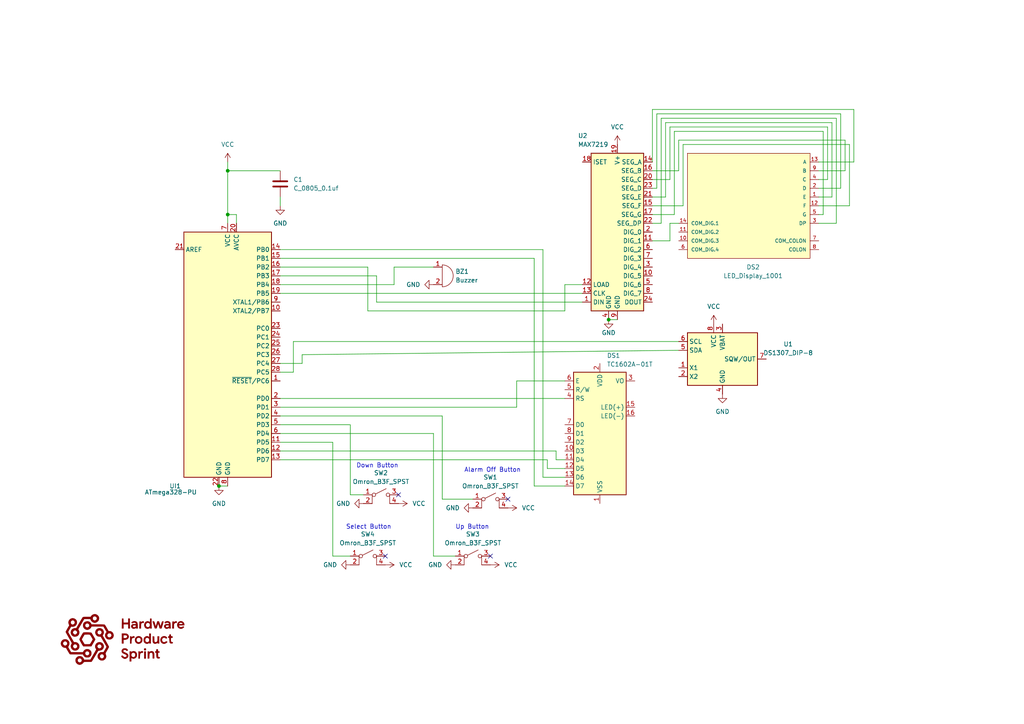
<source format=kicad_sch>
(kicad_sch (version 20211123) (generator eeschema)
  (paper "A4")
  (lib_symbols
    (symbol "HPS:ATmega328-PU"
      (property "Reference" "U" (at -11.43 39.37 0))
      (property "Value" "ATmega328-PU" (at -17.78 38.1 0))
      (symbol "ATmega328-PU_1_1"
        (pin tri_state line (at 15.24 -7.62 180) (length 2.54) (name "~{RESET}/PC6") (number "1"))
        (pin tri_state line (at 15.24 12.7 180) (length 2.54) (name "XTAL2/PB7") (number "10"))
        (pin tri_state line (at 15.24 -25.4 180) (length 2.54) (name "PD5") (number "11"))
        (pin tri_state line (at 15.24 -27.94 180) (length 2.54) (name "PD6") (number "12"))
        (pin tri_state line (at 15.24 -30.48 180) (length 2.54) (name "PD7") (number "13"))
        (pin tri_state line (at 15.24 30.48 180) (length 2.54) (name "PB0") (number "14"))
        (pin tri_state line (at 15.24 27.94 180) (length 2.54) (name "PB1") (number "15"))
        (pin tri_state line (at 15.24 25.4 180) (length 2.54) (name "PB2") (number "16"))
        (pin tri_state line (at 15.24 22.86 180) (length 2.54) (name "PB3") (number "17"))
        (pin tri_state line (at 15.24 20.32 180) (length 2.54) (name "PB4") (number "18"))
        (pin tri_state line (at 15.24 17.78 180) (length 2.54) (name "PB5") (number "19"))
        (pin tri_state line (at 15.24 -12.7 180) (length 2.54) (name "PD0") (number "2"))
        (pin power_in line (at 2.54 38.1 270) (length 2.54) (name "AVCC") (number "20"))
        (pin passive line (at -15.24 30.48 0) (length 2.54) (name "AREF") (number "21"))
        (pin power_in line (at -2.54 -38.1 90) (length 2.54) (name "GND") (number "22"))
        (pin tri_state line (at 15.24 7.62 180) (length 2.54) (name "PC0") (number "23"))
        (pin tri_state line (at 15.24 5.08 180) (length 2.54) (name "PC1") (number "24"))
        (pin tri_state line (at 15.24 2.54 180) (length 2.54) (name "PC2") (number "25"))
        (pin tri_state line (at 15.24 0 180) (length 2.54) (name "PC3") (number "26"))
        (pin tri_state line (at 15.24 -2.54 180) (length 2.54) (name "PC4") (number "27"))
        (pin tri_state line (at 15.24 -5.08 180) (length 2.54) (name "PC5") (number "28"))
        (pin tri_state line (at 15.24 -15.24 180) (length 2.54) (name "PD1") (number "3"))
        (pin tri_state line (at 15.24 -17.78 180) (length 2.54) (name "PD2") (number "4"))
        (pin tri_state line (at 15.24 -20.32 180) (length 2.54) (name "PD3") (number "5"))
        (pin tri_state line (at 15.24 -22.86 180) (length 2.54) (name "PD4") (number "6"))
        (pin power_in line (at 0 38.1 270) (length 2.54) (name "VCC") (number "7"))
        (pin power_in line (at 0 -38.1 90) (length 2.54) (name "GND") (number "8"))
        (pin tri_state line (at 15.24 15.24 180) (length 2.54) (name "XTAL1/PB6") (number "9"))
      )
    )
    (symbol "HPS:Buzzer" (pin_names (offset 0.0254) hide)
      (property "Reference" "BZ" (at 3.81 1.27 0))
      (property "Value" "Buzzer" (at 3.81 -1.27 0))
      (symbol "Buzzer_1_1"
        (pin passive line (at -2.54 2.54 0) (length 2.54) (name "-") (number "1"))
        (pin passive line (at -2.54 -2.54 0) (length 2.54) (name "+") (number "2"))
      )
    )
    (symbol "HPS:C_0805_0.1uf" (pin_numbers hide) (pin_names (offset 0.254))
      (property "Reference" "C" (at 0.635 2.54 0))
      (property "Value" "C_0805_0.1uf" (at 0.635 -2.54 0))
      (symbol "C_0805_0.1uf_1_1"
        (pin passive line (at 0 3.81 270) (length 2.794) (name "~") (number "1"))
        (pin passive line (at 0 -3.81 90) (length 2.794) (name "~") (number "2"))
      )
    )
    (symbol "HPS:DS1307_DIP-8"
      (property "Reference" "U" (at -8.89 8.89 0))
      (property "Value" "DS1307_DIP-8" (at 1.27 8.89 0))
      (symbol "DS1307_DIP-8_1_1"
        (pin input line (at -12.7 -2.54 0) (length 2.54) (name "X1") (number "1"))
        (pin input line (at -12.7 -5.08 0) (length 2.54) (name "X2") (number "2"))
        (pin power_in line (at 0 10.16 270) (length 2.54) (name "VBAT") (number "3"))
        (pin power_in line (at 0 -10.16 90) (length 2.54) (name "GND") (number "4"))
        (pin bidirectional line (at -12.7 2.54 0) (length 2.54) (name "SDA") (number "5"))
        (pin input line (at -12.7 5.08 0) (length 2.54) (name "SCL") (number "6"))
        (pin open_collector line (at 12.7 0 180) (length 2.54) (name "SQW/OUT") (number "7"))
        (pin power_in line (at -2.54 10.16 270) (length 2.54) (name "VCC") (number "8"))
      )
    )
    (symbol "HPS:GND" (power) (pin_names (offset 0))
      (property "Value" "GND" (at 0 -3.81 0))
      (symbol "GND_1_1"
        (pin power_in line (at 0 0 270) (length 0) hide (name "GND") (number "1"))
      )
    )
    (symbol "HPS:LED_Display_1001" (pin_names (offset 1.016))
      (property "Reference" "DS" (at 5.08 24.13 0))
      (property "Value" "LED_Display_1001" (at 5.08 21.59 0))
      (symbol "LED_Display_1001_1_1"
        (pin passive line (at 43.18 7.62 180) (length 2.54) (name "E") (number "1"))
        (pin passive line (at 2.54 -5.08 0) (length 2.54) (name "COM_DIG.3") (number "10"))
        (pin passive line (at 2.54 -2.54 0) (length 2.54) (name "COM_DIG.2") (number "11"))
        (pin passive line (at 43.18 5.08 180) (length 2.54) (name "F") (number "12"))
        (pin passive line (at 43.18 17.78 180) (length 2.54) (name "A") (number "13"))
        (pin passive line (at 2.54 0 0) (length 2.54) (name "COM_DIG.1") (number "14"))
        (pin passive line (at 43.18 10.16 180) (length 2.54) (name "D") (number "2"))
        (pin passive line (at 43.18 0 180) (length 2.54) (name "DP") (number "3"))
        (pin passive line (at 43.18 12.7 180) (length 2.54) (name "C") (number "4"))
        (pin passive line (at 43.18 2.54 180) (length 2.54) (name "G") (number "5"))
        (pin passive line (at 2.54 -7.62 0) (length 2.54) (name "COM_DIG.4") (number "6"))
        (pin passive line (at 43.18 -5.08 180) (length 2.54) (name "COM_COLON") (number "7"))
        (pin passive line (at 43.18 -7.62 180) (length 2.54) (name "COLON") (number "8"))
        (pin passive line (at 43.18 15.24 180) (length 2.54) (name "B") (number "9"))
      )
    )
    (symbol "HPS:MAX7219"
      (property "Reference" "U" (at -6.35 24.13 0))
      (property "Value" "MAX7219" (at 0 25.4 0))
      (symbol "MAX7219_1_1"
        (pin input line (at -10.16 -20.32 0) (length 2.54) (name "DIN") (number "1"))
        (pin output line (at 10.16 -12.7 180) (length 2.54) (name "DIG_5") (number "10"))
        (pin output line (at 10.16 -2.54 180) (length 2.54) (name "DIG_1") (number "11"))
        (pin input line (at -10.16 -15.24 0) (length 2.54) (name "LOAD") (number "12"))
        (pin input line (at -10.16 -17.78 0) (length 2.54) (name "CLK") (number "13"))
        (pin output line (at 10.16 20.32 180) (length 2.54) (name "SEG_A") (number "14"))
        (pin output line (at 10.16 7.62 180) (length 2.54) (name "SEG_F") (number "15"))
        (pin output line (at 10.16 17.78 180) (length 2.54) (name "SEG_B") (number "16"))
        (pin output line (at 10.16 5.08 180) (length 2.54) (name "SEG_G") (number "17"))
        (pin input line (at -10.16 20.32 0) (length 2.54) (name "ISET") (number "18"))
        (pin power_in line (at 0 25.4 270) (length 2.54) (name "V+") (number "19"))
        (pin output line (at 10.16 0 180) (length 2.54) (name "DIG_0") (number "2"))
        (pin output line (at 10.16 15.24 180) (length 2.54) (name "SEG_C") (number "20"))
        (pin output line (at 10.16 10.16 180) (length 2.54) (name "SEG_E") (number "21"))
        (pin output line (at 10.16 2.54 180) (length 2.54) (name "SEG_DP") (number "22"))
        (pin output line (at 10.16 12.7 180) (length 2.54) (name "SEG_D") (number "23"))
        (pin output line (at 10.16 -20.32 180) (length 2.54) (name "DOUT") (number "24"))
        (pin output line (at 10.16 -10.16 180) (length 2.54) (name "DIG_4") (number "3"))
        (pin power_in line (at -2.54 -25.4 90) (length 2.54) (name "GND") (number "4"))
        (pin output line (at 10.16 -15.24 180) (length 2.54) (name "DIG_6") (number "5"))
        (pin output line (at 10.16 -5.08 180) (length 2.54) (name "DIG_2") (number "6"))
        (pin output line (at 10.16 -7.62 180) (length 2.54) (name "DIG_3") (number "7"))
        (pin output line (at 10.16 -17.78 180) (length 2.54) (name "DIG_7") (number "8"))
        (pin power_in line (at 0 -25.4 90) (length 2.54) (name "GND") (number "9"))
      )
    )
    (symbol "HPS:TC1602A-01T"
      (property "Reference" "DS" (at -5.842 19.05 0))
      (property "Value" "TC1602A-01T" (at 5.334 19.05 0))
      (symbol "TC1602A-01T_1_1"
        (pin power_in line (at 0 -20.32 90) (length 2.54) (name "VSS") (number "1"))
        (pin input line (at -10.16 -5.08 0) (length 2.54) (name "D3") (number "10"))
        (pin input line (at -10.16 -7.62 0) (length 2.54) (name "D4") (number "11"))
        (pin input line (at -10.16 -10.16 0) (length 2.54) (name "D5") (number "12"))
        (pin input line (at -10.16 -12.7 0) (length 2.54) (name "D6") (number "13"))
        (pin input line (at -10.16 -15.24 0) (length 2.54) (name "D7") (number "14"))
        (pin power_in line (at 10.16 7.62 180) (length 2.54) (name "LED(+)") (number "15"))
        (pin power_in line (at 10.16 5.08 180) (length 2.54) (name "LED(-)") (number "16"))
        (pin power_in line (at 0 20.32 270) (length 2.54) (name "VDD") (number "2"))
        (pin input line (at 10.16 15.24 180) (length 2.54) (name "VO") (number "3"))
        (pin input line (at -10.16 10.16 0) (length 2.54) (name "RS") (number "4"))
        (pin input line (at -10.16 12.7 0) (length 2.54) (name "R/W") (number "5"))
        (pin input line (at -10.16 15.24 0) (length 2.54) (name "E") (number "6"))
        (pin input line (at -10.16 2.54 0) (length 2.54) (name "D0") (number "7"))
        (pin input line (at -10.16 0 0) (length 2.54) (name "D1") (number "8"))
        (pin input line (at -10.16 -2.54 0) (length 2.54) (name "D2") (number "9"))
      )
    )
    (symbol "HPS:VCC" (power) (pin_names (offset 0))
      (property "Value" "VCC" (at 0 3.81 0))
      (symbol "VCC_1_1"
        (pin power_in line (at 0 0 90) (length 0) hide (name "VCC") (number "1"))
      )
    )
    (symbol "HPS_3:HPS_Logo" (pin_names (offset 1.016)))
    (symbol "HPS_3:Omron_B3F_SPST" (pin_names (offset 0) hide)
      (property "Reference" "SW" (at 0 5.08 0))
      (property "Value" "Omron_B3F_SPST" (at 0 2.54 0))
      (symbol "Omron_B3F_SPST_1_1"
        (pin passive line (at -5.08 0 0) (length 2.54) (name "A") (number "1"))
        (pin passive line (at -5.08 -2.54 0) (length 2.54) (name "A") (number "2"))
        (pin passive line (at 5.08 0 180) (length 2.54) (name "B") (number "3"))
        (pin passive line (at 5.08 -2.54 180) (length 2.54) (name "B") (number "4"))
      )
    )
  )
  (junction (at 63.5 140.97))
  (junction (at 176.53 92.71))
  (junction (at 66.04 49.53))
  (junction (at 66.04 62.23))
  (no_connect (at 115.57 143.51))
  (no_connect (at 142.24 161.29))
  (no_connect (at 111.76 161.29))
  (no_connect (at 147.32 144.78))
  (wire (pts (xy 247.65 46.99) (xy 237.49 46.99)))
  (wire (pts (xy 157.48 138.43) (xy 163.83 138.43)))
  (wire (pts (xy 81.28 77.47) (xy 106.68 77.47)))
  (wire (pts (xy 245.11 40.64) (xy 245.11 49.53)))
  (wire (pts (xy 81.28 82.55) (xy 114.3 82.55)))
  (wire (pts (xy 85.09 99.06) (xy 196.85 99.06)))
  (wire (pts (xy 198.12 41.91) (xy 246.38 41.91)))
  (wire (pts (xy 246.38 59.69) (xy 237.49 59.69)))
  (wire (pts (xy 81.28 133.35) (xy 158.75 133.35)))
  (wire (pts (xy 198.12 59.69) (xy 198.12 41.91)))
  (wire (pts (xy 81.28 128.27) (xy 96.52 128.27)))
  (wire (pts (xy 154.94 140.97) (xy 163.83 140.97)))
  (wire (pts (xy 196.85 49.53) (xy 196.85 40.64)))
  (wire (pts (xy 240.03 52.07) (xy 237.49 52.07)))
  (wire (pts (xy 243.84 54.61) (xy 237.49 54.61)))
  (wire (pts (xy 189.23 46.99) (xy 189.23 31.75)))
  (wire (pts (xy 189.23 69.85) (xy 194.31 69.85)))
  (wire (pts (xy 193.04 35.56) (xy 241.3 35.56)))
  (wire (pts (xy 85.09 107.95) (xy 85.09 99.06)))
  (wire (pts (xy 128.27 120.65) (xy 128.27 144.78)))
  (wire (pts (xy 194.31 64.77) (xy 196.85 64.77)))
  (wire (pts (xy 96.52 128.27) (xy 96.52 161.29)))
  (wire (pts (xy 81.28 57.15) (xy 81.28 59.69)))
  (wire (pts (xy 114.3 77.47) (xy 125.73 77.47)))
  (wire (pts (xy 66.04 49.53) (xy 81.28 49.53)))
  (wire (pts (xy 81.28 120.65) (xy 128.27 120.65)))
  (wire (pts (xy 101.6 123.19) (xy 101.6 143.51)))
  (wire (pts (xy 189.23 62.23) (xy 195.58 62.23)))
  (wire (pts (xy 189.23 54.61) (xy 190.5 54.61)))
  (wire (pts (xy 194.31 69.85) (xy 194.31 64.77)))
  (wire (pts (xy 87.63 102.87) (xy 87.63 105.41)))
  (wire (pts (xy 193.04 57.15) (xy 193.04 35.56)))
  (wire (pts (xy 189.23 49.53) (xy 196.85 49.53)))
  (wire (pts (xy 125.73 125.73) (xy 125.73 161.29)))
  (wire (pts (xy 109.22 80.01) (xy 109.22 87.63)))
  (wire (pts (xy 194.31 36.83) (xy 240.03 36.83)))
  (wire (pts (xy 101.6 143.51) (xy 105.41 143.51)))
  (wire (pts (xy 245.11 49.53) (xy 237.49 49.53)))
  (wire (pts (xy 66.04 62.23) (xy 66.04 64.77)))
  (wire (pts (xy 87.63 102.87) (xy 196.85 101.6)))
  (wire (pts (xy 106.68 90.17) (xy 163.83 90.17)))
  (wire (pts (xy 176.53 92.71) (xy 179.07 92.71)))
  (wire (pts (xy 157.48 72.39) (xy 157.48 138.43)))
  (wire (pts (xy 195.58 62.23) (xy 195.58 38.1)))
  (wire (pts (xy 81.28 118.11) (xy 149.86 118.11)))
  (wire (pts (xy 63.5 140.97) (xy 66.04 140.97)))
  (wire (pts (xy 190.5 54.61) (xy 190.5 33.02)))
  (wire (pts (xy 190.5 33.02) (xy 243.84 33.02)))
  (wire (pts (xy 109.22 87.63) (xy 168.91 87.63)))
  (wire (pts (xy 81.28 115.57) (xy 163.83 115.57)))
  (wire (pts (xy 106.68 77.47) (xy 106.68 90.17)))
  (wire (pts (xy 96.52 161.29) (xy 101.6 161.29)))
  (wire (pts (xy 125.73 161.29) (xy 132.08 161.29)))
  (wire (pts (xy 158.75 133.35) (xy 158.75 135.89)))
  (wire (pts (xy 66.04 62.23) (xy 68.58 62.23)))
  (wire (pts (xy 196.85 40.64) (xy 245.11 40.64)))
  (wire (pts (xy 66.04 49.53) (xy 66.04 62.23)))
  (wire (pts (xy 241.3 35.56) (xy 241.3 57.15)))
  (wire (pts (xy 238.76 38.1) (xy 238.76 62.23)))
  (wire (pts (xy 66.04 46.99) (xy 66.04 49.53)))
  (wire (pts (xy 81.28 80.01) (xy 109.22 80.01)))
  (wire (pts (xy 149.86 118.11) (xy 149.86 110.49)))
  (wire (pts (xy 163.83 90.17) (xy 163.83 82.55)))
  (wire (pts (xy 81.28 72.39) (xy 157.48 72.39)))
  (wire (pts (xy 161.29 133.35) (xy 163.83 133.35)))
  (wire (pts (xy 81.28 130.81) (xy 161.29 130.81)))
  (wire (pts (xy 81.28 74.93) (xy 154.94 74.93)))
  (wire (pts (xy 241.3 57.15) (xy 237.49 57.15)))
  (wire (pts (xy 68.58 64.77) (xy 68.58 62.23)))
  (wire (pts (xy 81.28 107.95) (xy 85.09 107.95)))
  (wire (pts (xy 242.57 64.77) (xy 237.49 64.77)))
  (wire (pts (xy 195.58 38.1) (xy 238.76 38.1)))
  (wire (pts (xy 154.94 74.93) (xy 154.94 140.97)))
  (wire (pts (xy 247.65 31.75) (xy 247.65 46.99)))
  (wire (pts (xy 128.27 144.78) (xy 137.16 144.78)))
  (wire (pts (xy 163.83 82.55) (xy 168.91 82.55)))
  (wire (pts (xy 243.84 33.02) (xy 243.84 54.61)))
  (wire (pts (xy 81.28 105.41) (xy 87.63 105.41)))
  (wire (pts (xy 158.75 135.89) (xy 163.83 135.89)))
  (wire (pts (xy 161.29 130.81) (xy 161.29 133.35)))
  (wire (pts (xy 189.23 59.69) (xy 198.12 59.69)))
  (wire (pts (xy 189.23 64.77) (xy 191.77 64.77)))
  (wire (pts (xy 194.31 52.07) (xy 194.31 36.83)))
  (wire (pts (xy 191.77 64.77) (xy 191.77 34.29)))
  (wire (pts (xy 189.23 52.07) (xy 194.31 52.07)))
  (wire (pts (xy 242.57 34.29) (xy 242.57 64.77)))
  (wire (pts (xy 81.28 85.09) (xy 168.91 85.09)))
  (wire (pts (xy 189.23 57.15) (xy 193.04 57.15)))
  (wire (pts (xy 240.03 36.83) (xy 240.03 52.07)))
  (wire (pts (xy 246.38 41.91) (xy 246.38 59.69)))
  (wire (pts (xy 81.28 123.19) (xy 101.6 123.19)))
  (wire (pts (xy 191.77 34.29) (xy 242.57 34.29)))
  (wire (pts (xy 238.76 62.23) (xy 237.49 62.23)))
  (wire (pts (xy 189.23 31.75) (xy 247.65 31.75)))
  (wire (pts (xy 149.86 110.49) (xy 163.83 110.49)))
  (wire (pts (xy 114.3 82.55) (xy 114.3 77.47)))
  (wire (pts (xy 81.28 125.73) (xy 125.73 125.73)))
  (text "Down Button\n" (at 115.57 135.89 180) (effects (font (size 1.27 1.27)) (justify right bottom)))
  (text "Select Button" (at 100.33 153.67 0) (effects (font (size 1.27 1.27)) (justify left bottom)))
  (text "Alarm Off Button" (at 134.62 137.16 0) (effects (font (size 1.27 1.27)) (justify left bottom)))
  (text "Up Button" (at 132.08 153.67 0) (effects (font (size 1.27 1.27)) (justify left bottom)))
  (symbol (lib_id "HPS:DS1307_DIP-8") (at 209.55 104.14 0) (unit 1)
    (property "Reference" "U1" (at 228.6 99.8093 0))
    (property "Value" "DS1307_DIP-8" (at 228.6 102.3493 0))
    (property "Footprint" "footprints:DIP-8_W7.62mm" (effects hide))
    (property "Datasheet" "https://datasheets.maximintegrated.com/en/ds/DS1307.pdf" (effects hide))
    (property "MFG" "Assmann WSW Components" (effects hide))
    (property "MPN" "A 08-LC-TT" (effects hide))
    (property "Digikey PN" "AE9986-ND" (effects hide))
    (property "Mouser PN" "N/A" (effects hide))
  )
  (symbol (lib_id "HPS:GND") (at 132.08 163.83 270) (unit 1)
    (property "Reference" "#PWR?" (effects hide))
    (property "Value" "GND" (at 128.27 163.8299 90) (effects (justify right)))
  )
  (symbol (lib_id "HPS:LED_Display_1001") (at 194.31 64.77 0) (unit 1)
    (property "Reference" "DS2" (at 218.44 77.47 0))
    (property "Value" "LED_Display_1001" (at 218.44 80.01 0))
    (property "Footprint" "footprints:Adafruit-1001-0-0-MFG" (effects hide))
    (property "Datasheet" "https://cdn-shop.adafruit.com/datasheets/1001datasheet.pdf" (effects hide))
    (property "automotive" "No" (effects hide))
    (property "category" "Disp" (effects hide))
    (property "device class L1" "Optoelectronics" (effects hide))
    (property "device class L2" "Displays" (effects hide))
    (property "device class L3" "LED Displays" (effects hide))
    (property "digikey description" "WHITE 7-SEGMENT CLOCK DISPLAY" (effects hide))
    (property "digikey part number" "1528-1513-ND" (effects hide))
    (property "display type" "LED" (effects hide))
    (property "element config" "Common Cathode" (effects hide))
    (property "forward current" "20mA" (effects hide))
    (property "forward voltage" "3.2V" (effects hide))
    (property "height" "8.25mm" (effects hide))
    (property "lead free" "Yes" (effects hide))
    (property "library id" "a002f1a2b35db532" (effects hide))
    (property "luminous intensity" "30mcd" (effects hide))
    (property "manufacturer" "Adafruit" (effects hide))
    (property "mouser description" "Adafruit Accessories White 7-segment Clock Display" (effects hide))
    (property "mouser part number" "485-1001" (effects hide))
    (property "package" "PTH_50MM2_19MM0" (effects hide))
    (property "power dissipation" "100mW" (effects hide))
    (property "reverse voltage" "5V" (effects hide))
    (property "rohs" "Yes" (effects hide))
    (property "temperature range high" "+80°C" (effects hide))
    (property "temperature range low" "-40°C" (effects hide))
    (property "test current" "20mA" (effects hide))
    (property "MFG" "Adafruit Industries LLC" (effects hide))
    (property "MPN" "1001" (effects hide))
    (property "Digikey PN" "1528-1513-ND" (effects hide))
    (property "Mouser PN" "N/A" (effects hide))
  )
  (symbol (lib_id "HPS_3:Omron_B3F_SPST") (at 137.16 161.29 0) (unit 1)
    (property "Reference" "SW3" (at 137.16 154.94 0))
    (property "Value" "Omron_B3F_SPST" (at 137.16 157.48 0))
    (property "Footprint" "footprints:SW_SPST_Omron_B3FS-100xP" (effects hide))
    (property "Datasheet" "https://omronfs.omron.com/en_US/ecb/products/pdf/en-b3fs.pdf" (effects hide))
    (property "MFG" "Omron Electronics Inc-EMC Div" (effects hide))
    (property "MPN" "B3FS-1000P" (effects hide))
    (property "Digikey PN" "SW423CT-ND" (effects hide))
    (property "Mouser PN" "N/A" (effects hide))
  )
  (symbol (lib_id "HPS:GND") (at 125.73 82.55 270) (unit 1)
    (property "Reference" "#PWR04" (effects hide))
    (property "Value" "GND" (at 121.92 82.5499 90) (effects (justify right)))
  )
  (symbol (lib_id "HPS_3:Omron_B3F_SPST") (at 142.24 144.78 0) (unit 1)
    (property "Reference" "SW1" (at 142.24 138.43 0))
    (property "Value" "Omron_B3F_SPST" (at 142.24 140.97 0))
    (property "Footprint" "footprints:SW_SPST_Omron_B3FS-100xP" (effects hide))
    (property "Datasheet" "https://omronfs.omron.com/en_US/ecb/products/pdf/en-b3fs.pdf" (effects hide))
    (property "MFG" "Omron Electronics Inc-EMC Div" (effects hide))
    (property "MPN" "B3FS-1000P" (effects hide))
    (property "Digikey PN" "SW423CT-ND" (effects hide))
    (property "Mouser PN" "N/A" (effects hide))
  )
  (symbol (lib_id "HPS:GND") (at 105.41 146.05 270) (unit 1)
    (property "Reference" "#PWR?" (effects hide))
    (property "Value" "GND" (at 101.6 146.0499 90) (effects (justify right)))
  )
  (symbol (lib_id "HPS_3:Omron_B3F_SPST") (at 106.68 161.29 0) (unit 1)
    (property "Reference" "SW4" (at 106.68 154.94 0))
    (property "Value" "Omron_B3F_SPST" (at 106.68 157.48 0))
    (property "Footprint" "footprints:SW_SPST_Omron_B3FS-100xP" (effects hide))
    (property "Datasheet" "https://omronfs.omron.com/en_US/ecb/products/pdf/en-b3fs.pdf" (effects hide))
    (property "MFG" "Omron Electronics Inc-EMC Div" (effects hide))
    (property "MPN" "B3FS-1000P" (effects hide))
    (property "Digikey PN" "SW423CT-ND" (effects hide))
    (property "Mouser PN" "N/A" (effects hide))
  )
  (symbol (lib_id "HPS:GND") (at 137.16 147.32 270) (unit 1)
    (property "Reference" "#PWR?" (effects hide))
    (property "Value" "GND" (at 133.35 147.3199 90) (effects (justify right)))
  )
  (symbol (lib_id "HPS:C_0805_0.1uf") (at 81.28 53.34 0) (unit 1)
    (property "Reference" "C1" (at 85.09 52.0699 0) (effects (justify left)))
    (property "Value" "C_0805_0.1uf" (at 85.09 54.6099 0) (effects (justify left)))
    (property "Footprint" "footprints:C_0805_2012Metric" (effects hide))
    (property "Datasheet" "https://datasheets.avx.com/X7RDielectric.pdf" (effects hide))
    (property "MFG" "AVX Corporation" (effects hide))
    (property "MPN" "08055C104KAT2A" (effects hide))
    (property "Digikey PN" "478-1395-1-ND" (effects hide))
    (property "Mouser PN" "N/A" (effects hide))
    (property "Voltage" "N/A" (effects hide))
    (property "Dielectric" "N/A" (effects hide))
    (property "Tolerance" "N/A" (effects hide))
  )
  (symbol (lib_id "HPS:VCC") (at 66.04 46.99 0) (unit 1)
    (property "Reference" "#PWR02" (effects hide))
    (property "Value" "VCC" (at 66.04 41.91 0))
  )
  (symbol (lib_id "HPS:GND") (at 209.55 114.3 0) (unit 1)
    (property "Reference" "#PWR?" (effects hide))
    (property "Value" "GND" (at 209.55 119.38 0))
  )
  (symbol (lib_id "HPS:MAX7219") (at 179.07 67.31 0) (unit 1)
    (property "Reference" "U2" (at 167.64 39.37 0) (effects (justify left)))
    (property "Value" "MAX7219" (at 167.64 41.91 0) (effects (justify left)))
    (property "Footprint" "footprints:DIP-24_W7.62mm" (effects hide))
    (property "Datasheet" "https://datasheets.maximintegrated.com/en/ds/MAX7219-MAX7221.pdf" (effects hide))
    (property "MFG" "On Shore Technology Inc." (effects hide))
    (property "MPN" "ED241DT" (effects hide))
    (property "Digikey PN" "ED3049-5-ND" (effects hide))
    (property "Mouser PN" "N/A" (effects hide))
  )
  (symbol (lib_id "HPS:VCC") (at 207.01 93.98 0) (unit 1)
    (property "Reference" "#PWR?" (effects hide))
    (property "Value" "VCC" (at 207.01 88.9 0))
  )
  (symbol (lib_id "HPS:GND") (at 63.5 140.97 0) (unit 1)
    (property "Reference" "#PWR01" (effects hide))
    (property "Value" "GND" (at 63.5 146.05 0))
  )
  (symbol (lib_id "HPS:GND") (at 176.53 92.71 0) (unit 1)
    (property "Reference" "#PWR?" (effects hide))
    (property "Value" "GND" (at 176.53 96.52 0))
  )
  (symbol (lib_id "HPS_3:HPS_Logo") (at 35.56 185.42 0) (unit 1)
    (property "Reference" "#G?" (effects hide))
    (property "Value" "HPS_Logo" (effects hide))
  )
  (symbol (lib_id "HPS:VCC") (at 142.24 163.83 270) (unit 1)
    (property "Reference" "#PWR?" (effects hide))
    (property "Value" "VCC" (at 146.2532 163.83 90) (effects (justify left)))
  )
  (symbol (lib_id "HPS:GND") (at 81.28 59.69 0) (unit 1)
    (property "Reference" "#PWR03" (effects hide))
    (property "Value" "GND" (at 81.28 64.77 0))
  )
  (symbol (lib_id "HPS:VCC") (at 179.07 41.91 0) (unit 1)
    (property "Reference" "#PWR?" (effects hide))
    (property "Value" "VCC" (at 179.07 36.83 0))
  )
  (symbol (lib_id "HPS:TC1602A-01T") (at 173.99 125.73 0) (unit 1)
    (property "Reference" "DS1" (at 176.0094 103.124 0) (effects (justify left)))
    (property "Value" "TC1602A-01T" (at 176.0094 105.664 0) (effects (justify left)))
    (property "Footprint" "footprints:TC1602A-01T" (effects hide))
    (property "Datasheet" "https://cdn-shop.adafruit.com/datasheets/TC1602A-01T.pdf" (effects hide))
    (property "MFG" "Adafruit" (effects hide))
    (property "MPN" "1447" (effects hide))
    (property "Digikey PN" "1528-2212-ND" (effects hide))
    (property "Mouser PN" "N/A" (effects hide))
  )
  (symbol (lib_id "HPS_3:Omron_B3F_SPST") (at 110.49 143.51 0) (unit 1)
    (property "Reference" "SW2" (at 110.49 137.16 0))
    (property "Value" "Omron_B3F_SPST" (at 110.49 139.7 0))
    (property "Footprint" "footprints:SW_SPST_Omron_B3FS-100xP" (effects hide))
    (property "Datasheet" "https://omronfs.omron.com/en_US/ecb/products/pdf/en-b3fs.pdf" (effects hide))
    (property "MFG" "Omron Electronics Inc-EMC Div" (effects hide))
    (property "MPN" "B3FS-1000P" (effects hide))
    (property "Digikey PN" "SW423CT-ND" (effects hide))
    (property "Mouser PN" "N/A" (effects hide))
  )
  (symbol (lib_id "HPS:ATmega328-PU") (at 66.04 102.87 0) (unit 1)
    (property "Reference" "UI1" (at 50.8 140.97 0))
    (property "Value" "ATmega328-PU" (at 49.53 142.7607 0))
    (property "Footprint" "footprints:DIP-28_W7.62mm" (effects hide))
    (property "Datasheet" "http://www.microchip.com/mymicrochip/filehandler.aspx?ddocname=en608326" (effects hide))
    (property "MFG" "On Shore Technology Inc." (effects hide))
    (property "MPN" "ED281DT" (effects hide))
    (property "Digikey PN" "ED3050-5-ND" (effects hide))
    (property "Mouser PN" "N/A" (effects hide))
  )
  (symbol (lib_id "HPS:VCC") (at 147.32 147.32 270) (unit 1)
    (property "Reference" "#PWR?" (effects hide))
    (property "Value" "VCC" (at 151.3332 147.32 90) (effects (justify left)))
  )
  (symbol (lib_id "HPS:GND") (at 101.6 163.83 270) (unit 1)
    (property "Reference" "#PWR?" (effects hide))
    (property "Value" "GND" (at 97.79 163.8299 90) (effects (justify right)))
  )
  (symbol (lib_id "HPS:Buzzer") (at 128.27 80.01 0) (unit 1)
    (property "Reference" "BZ1" (at 132.08 78.7399 0) (effects (justify left)))
    (property "Value" "Buzzer" (at 132.08 81.2799 0) (effects (justify left)))
    (property "Footprint" "footprints:Buzzer_TDK_PS1240P02BT_D12.2mm_H6.5mm" (effects hide))
    (property "Datasheet" "https://product.tdk.com/info/en/catalog/datasheets/piezoelectronic_buzzer_ps_en.pdf?ref_disty=digikey" (effects hide))
    (property "MFG" "TDK" (effects hide))
    (property "MPN" "PS1420P02CT" (effects hide))
    (property "Digikey PN" "445-2526-1-ND" (effects hide))
    (property "Mouser PN" "N/A" (effects hide))
  )
  (symbol (lib_id "HPS:VCC") (at 115.57 146.05 270) (unit 1)
    (property "Reference" "#PWR?" (effects hide))
    (property "Value" "VCC" (at 119.5832 146.05 90) (effects (justify left)))
  )
  (symbol (lib_id "HPS:VCC") (at 111.76 163.83 270) (unit 1)
    (property "Reference" "#PWR?" (effects hide))
    (property "Value" "VCC" (at 115.7732 163.83 90) (effects (justify left)))
  )
)
</source>
